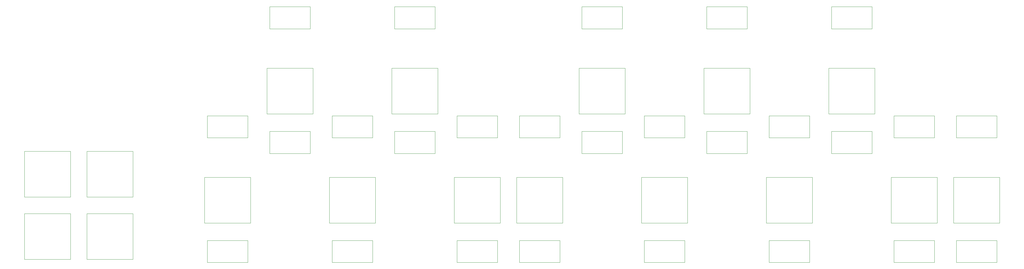
<source format=gbr>
G04 #@! TF.GenerationSoftware,KiCad,Pcbnew,8.0.3*
G04 #@! TF.CreationDate,2024-07-07T23:06:26-07:00*
G04 #@! TF.ProjectId,melokey,6d656c6f-6b65-4792-9e6b-696361645f70,rev?*
G04 #@! TF.SameCoordinates,Original*
G04 #@! TF.FileFunction,Other,ECO1*
%FSLAX46Y46*%
G04 Gerber Fmt 4.6, Leading zero omitted, Abs format (unit mm)*
G04 Created by KiCad (PCBNEW 8.0.3) date 2024-07-07 23:06:26*
%MOMM*%
%LPD*%
G01*
G04 APERTURE LIST*
%ADD10C,0.100000*%
G04 APERTURE END LIST*
D10*
G04 #@! TO.C,SW9*
X150003750Y-164767500D02*
X150003750Y-178767500D01*
X150003750Y-178767500D02*
X164003750Y-178767500D01*
X164003750Y-164767500D02*
X150003750Y-164767500D01*
X164003750Y-178767500D02*
X164003750Y-164767500D01*
G04 #@! TO.C,SW17*
X95076250Y-209218750D02*
X95076250Y-223218750D01*
X95076250Y-223218750D02*
X109076250Y-223218750D01*
X109076250Y-209218750D02*
X95076250Y-209218750D01*
X109076250Y-223218750D02*
X109076250Y-209218750D01*
G04 #@! TO.C,SW8*
X359553750Y-198105000D02*
X359553750Y-212105000D01*
X359553750Y-212105000D02*
X373553750Y-212105000D01*
X373553750Y-198105000D02*
X359553750Y-198105000D01*
X373553750Y-212105000D02*
X373553750Y-198105000D01*
G04 #@! TO.C,REF\u002A\u002A*
X341353750Y-179305000D02*
X341353750Y-186055000D01*
X341353750Y-186055000D02*
X353653750Y-186055000D01*
X341353750Y-217405000D02*
X341353750Y-224155000D01*
X341353750Y-224155000D02*
X353653750Y-224155000D01*
X353653750Y-179305000D02*
X341353750Y-179305000D01*
X353653750Y-186055000D02*
X353653750Y-179305000D01*
X353653750Y-217405000D02*
X341353750Y-217405000D01*
X353653750Y-224155000D02*
X353653750Y-217405000D01*
X322303750Y-145967500D02*
X322303750Y-152717500D01*
X322303750Y-152717500D02*
X334603750Y-152717500D01*
X322303750Y-184067500D02*
X322303750Y-190817500D01*
X322303750Y-190817500D02*
X334603750Y-190817500D01*
X334603750Y-145967500D02*
X322303750Y-145967500D01*
X334603750Y-152717500D02*
X334603750Y-145967500D01*
X334603750Y-184067500D02*
X322303750Y-184067500D01*
X334603750Y-190817500D02*
X334603750Y-184067500D01*
X169903750Y-179305000D02*
X169903750Y-186055000D01*
X169903750Y-186055000D02*
X182203750Y-186055000D01*
X169903750Y-217405000D02*
X169903750Y-224155000D01*
X169903750Y-224155000D02*
X182203750Y-224155000D01*
X182203750Y-179305000D02*
X169903750Y-179305000D01*
X182203750Y-186055000D02*
X182203750Y-179305000D01*
X182203750Y-217405000D02*
X169903750Y-217405000D01*
X182203750Y-224155000D02*
X182203750Y-217405000D01*
G04 #@! TO.C,SW2*
X169053750Y-198105000D02*
X169053750Y-212105000D01*
X169053750Y-212105000D02*
X183053750Y-212105000D01*
X183053750Y-198105000D02*
X169053750Y-198105000D01*
X183053750Y-212105000D02*
X183053750Y-198105000D01*
G04 #@! TO.C,SW13*
X321453750Y-164767500D02*
X321453750Y-178767500D01*
X321453750Y-178767500D02*
X335453750Y-178767500D01*
X335453750Y-164767500D02*
X321453750Y-164767500D01*
X335453750Y-178767500D02*
X335453750Y-164767500D01*
G04 #@! TO.C,SW10*
X188103750Y-164767500D02*
X188103750Y-178767500D01*
X188103750Y-178767500D02*
X202103750Y-178767500D01*
X202103750Y-164767500D02*
X188103750Y-164767500D01*
X202103750Y-178767500D02*
X202103750Y-164767500D01*
G04 #@! TO.C,REF\u002A\u002A*
X303253750Y-179305000D02*
X303253750Y-186055000D01*
X303253750Y-186055000D02*
X315553750Y-186055000D01*
X303253750Y-217405000D02*
X303253750Y-224155000D01*
X303253750Y-224155000D02*
X315553750Y-224155000D01*
X315553750Y-179305000D02*
X303253750Y-179305000D01*
X315553750Y-186055000D02*
X315553750Y-179305000D01*
X315553750Y-217405000D02*
X303253750Y-217405000D01*
X315553750Y-224155000D02*
X315553750Y-217405000D01*
X265153750Y-179305000D02*
X265153750Y-186055000D01*
X265153750Y-186055000D02*
X277453750Y-186055000D01*
X265153750Y-217405000D02*
X265153750Y-224155000D01*
X265153750Y-224155000D02*
X277453750Y-224155000D01*
X277453750Y-179305000D02*
X265153750Y-179305000D01*
X277453750Y-186055000D02*
X277453750Y-179305000D01*
X277453750Y-217405000D02*
X265153750Y-217405000D01*
X277453750Y-224155000D02*
X277453750Y-217405000D01*
G04 #@! TO.C,SW16*
X76026250Y-209218750D02*
X76026250Y-223218750D01*
X76026250Y-223218750D02*
X90026250Y-223218750D01*
X90026250Y-209218750D02*
X76026250Y-209218750D01*
X90026250Y-223218750D02*
X90026250Y-209218750D01*
G04 #@! TO.C,SW15*
X95076250Y-190168750D02*
X95076250Y-204168750D01*
X95076250Y-204168750D02*
X109076250Y-204168750D01*
X109076250Y-190168750D02*
X95076250Y-190168750D01*
X109076250Y-204168750D02*
X109076250Y-190168750D01*
G04 #@! TO.C,SW12*
X283353750Y-164767500D02*
X283353750Y-178767500D01*
X283353750Y-178767500D02*
X297353750Y-178767500D01*
X297353750Y-164767500D02*
X283353750Y-164767500D01*
X297353750Y-178767500D02*
X297353750Y-164767500D01*
G04 #@! TO.C,REF\u002A\u002A*
X150853750Y-145967500D02*
X150853750Y-152717500D01*
X150853750Y-152717500D02*
X163153750Y-152717500D01*
X150853750Y-184067500D02*
X150853750Y-190817500D01*
X150853750Y-190817500D02*
X163153750Y-190817500D01*
X163153750Y-145967500D02*
X150853750Y-145967500D01*
X163153750Y-152717500D02*
X163153750Y-145967500D01*
X163153750Y-184067500D02*
X150853750Y-184067500D01*
X163153750Y-190817500D02*
X163153750Y-184067500D01*
G04 #@! TO.C,SW3*
X207153750Y-198105000D02*
X207153750Y-212105000D01*
X207153750Y-212105000D02*
X221153750Y-212105000D01*
X221153750Y-198105000D02*
X207153750Y-198105000D01*
X221153750Y-212105000D02*
X221153750Y-198105000D01*
G04 #@! TO.C,SW7*
X340503750Y-198105000D02*
X340503750Y-212105000D01*
X340503750Y-212105000D02*
X354503750Y-212105000D01*
X354503750Y-198105000D02*
X340503750Y-198105000D01*
X354503750Y-212105000D02*
X354503750Y-198105000D01*
G04 #@! TO.C,REF\u002A\u002A*
X188953750Y-145967500D02*
X188953750Y-152717500D01*
X188953750Y-152717500D02*
X201253750Y-152717500D01*
X188953750Y-184067500D02*
X188953750Y-190817500D01*
X188953750Y-190817500D02*
X201253750Y-190817500D01*
X201253750Y-145967500D02*
X188953750Y-145967500D01*
X201253750Y-152717500D02*
X201253750Y-145967500D01*
X201253750Y-184067500D02*
X188953750Y-184067500D01*
X201253750Y-190817500D02*
X201253750Y-184067500D01*
X208003750Y-179305000D02*
X208003750Y-186055000D01*
X208003750Y-186055000D02*
X220303750Y-186055000D01*
X208003750Y-217405000D02*
X208003750Y-224155000D01*
X208003750Y-224155000D02*
X220303750Y-224155000D01*
X220303750Y-179305000D02*
X208003750Y-179305000D01*
X220303750Y-186055000D02*
X220303750Y-179305000D01*
X220303750Y-217405000D02*
X208003750Y-217405000D01*
X220303750Y-224155000D02*
X220303750Y-217405000D01*
X246103750Y-145967500D02*
X246103750Y-152717500D01*
X246103750Y-152717500D02*
X258403750Y-152717500D01*
X246103750Y-184067500D02*
X246103750Y-190817500D01*
X246103750Y-190817500D02*
X258403750Y-190817500D01*
X258403750Y-145967500D02*
X246103750Y-145967500D01*
X258403750Y-152717500D02*
X258403750Y-145967500D01*
X258403750Y-184067500D02*
X246103750Y-184067500D01*
X258403750Y-190817500D02*
X258403750Y-184067500D01*
G04 #@! TO.C,SW1*
X130953750Y-198105000D02*
X130953750Y-212105000D01*
X130953750Y-212105000D02*
X144953750Y-212105000D01*
X144953750Y-198105000D02*
X130953750Y-198105000D01*
X144953750Y-212105000D02*
X144953750Y-198105000D01*
G04 #@! TO.C,SW4*
X226203750Y-198105000D02*
X226203750Y-212105000D01*
X226203750Y-212105000D02*
X240203750Y-212105000D01*
X240203750Y-198105000D02*
X226203750Y-198105000D01*
X240203750Y-212105000D02*
X240203750Y-198105000D01*
G04 #@! TO.C,REF\u002A\u002A*
X360403750Y-179305000D02*
X360403750Y-186055000D01*
X360403750Y-186055000D02*
X372703750Y-186055000D01*
X360403750Y-217405000D02*
X360403750Y-224155000D01*
X360403750Y-224155000D02*
X372703750Y-224155000D01*
X372703750Y-179305000D02*
X360403750Y-179305000D01*
X372703750Y-186055000D02*
X372703750Y-179305000D01*
X372703750Y-217405000D02*
X360403750Y-217405000D01*
X372703750Y-224155000D02*
X372703750Y-217405000D01*
X227053750Y-179305000D02*
X227053750Y-186055000D01*
X227053750Y-186055000D02*
X239353750Y-186055000D01*
X227053750Y-217405000D02*
X227053750Y-224155000D01*
X227053750Y-224155000D02*
X239353750Y-224155000D01*
X239353750Y-179305000D02*
X227053750Y-179305000D01*
X239353750Y-186055000D02*
X239353750Y-179305000D01*
X239353750Y-217405000D02*
X227053750Y-217405000D01*
X239353750Y-224155000D02*
X239353750Y-217405000D01*
X284203750Y-145967500D02*
X284203750Y-152717500D01*
X284203750Y-152717500D02*
X296503750Y-152717500D01*
X284203750Y-184067500D02*
X284203750Y-190817500D01*
X284203750Y-190817500D02*
X296503750Y-190817500D01*
X296503750Y-145967500D02*
X284203750Y-145967500D01*
X296503750Y-152717500D02*
X296503750Y-145967500D01*
X296503750Y-184067500D02*
X284203750Y-184067500D01*
X296503750Y-190817500D02*
X296503750Y-184067500D01*
X131803750Y-179305000D02*
X131803750Y-186055000D01*
X131803750Y-186055000D02*
X144103750Y-186055000D01*
X131803750Y-217405000D02*
X131803750Y-224155000D01*
X131803750Y-224155000D02*
X144103750Y-224155000D01*
X144103750Y-179305000D02*
X131803750Y-179305000D01*
X144103750Y-186055000D02*
X144103750Y-179305000D01*
X144103750Y-217405000D02*
X131803750Y-217405000D01*
X144103750Y-224155000D02*
X144103750Y-217405000D01*
G04 #@! TO.C,SW6*
X302403750Y-198105000D02*
X302403750Y-212105000D01*
X302403750Y-212105000D02*
X316403750Y-212105000D01*
X316403750Y-198105000D02*
X302403750Y-198105000D01*
X316403750Y-212105000D02*
X316403750Y-198105000D01*
G04 #@! TO.C,SW5*
X264303750Y-198105000D02*
X264303750Y-212105000D01*
X264303750Y-212105000D02*
X278303750Y-212105000D01*
X278303750Y-198105000D02*
X264303750Y-198105000D01*
X278303750Y-212105000D02*
X278303750Y-198105000D01*
G04 #@! TO.C,SW14*
X76026250Y-190168750D02*
X76026250Y-204168750D01*
X76026250Y-204168750D02*
X90026250Y-204168750D01*
X90026250Y-190168750D02*
X76026250Y-190168750D01*
X90026250Y-204168750D02*
X90026250Y-190168750D01*
G04 #@! TO.C,SW11*
X245253750Y-164767500D02*
X245253750Y-178767500D01*
X245253750Y-178767500D02*
X259253750Y-178767500D01*
X259253750Y-164767500D02*
X245253750Y-164767500D01*
X259253750Y-178767500D02*
X259253750Y-164767500D01*
G04 #@! TD*
M02*

</source>
